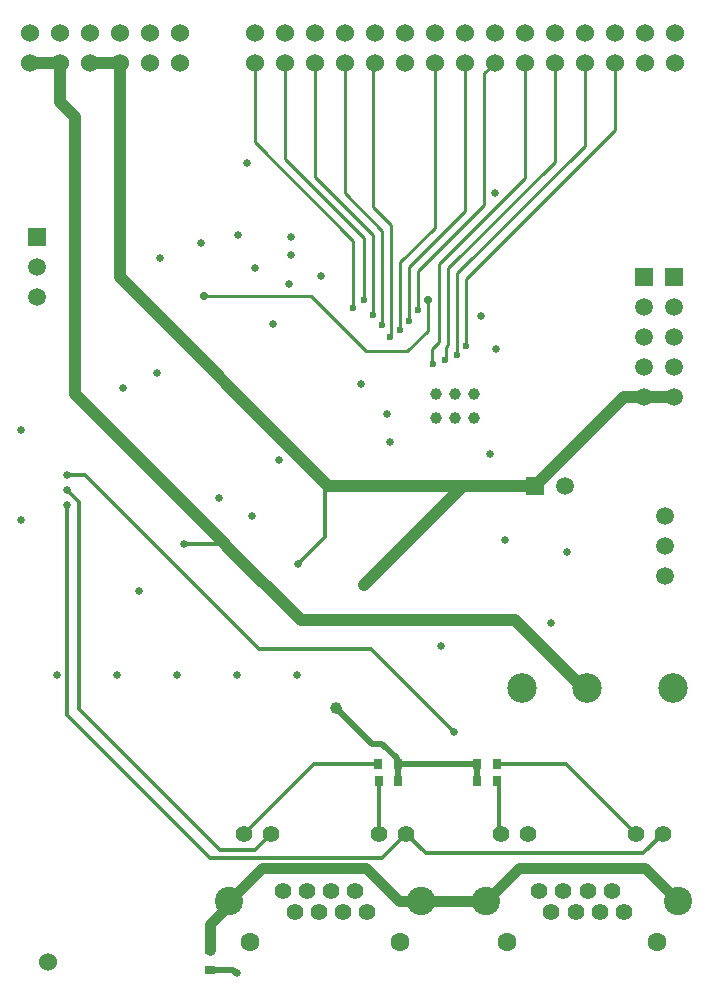
<source format=gbr>
G04*
G04 #@! TF.GenerationSoftware,Altium Limited,Altium Designer,22.4.2 (48)*
G04*
G04 Layer_Physical_Order=4*
G04 Layer_Color=16711680*
%FSLAX25Y25*%
%MOIN*%
G70*
G04*
G04 #@! TF.SameCoordinates,486E1BA3-CE48-4A1D-B67F-52F2D9AC8645*
G04*
G04*
G04 #@! TF.FilePolarity,Positive*
G04*
G01*
G75*
%ADD11C,0.02000*%
%ADD19C,0.01000*%
%ADD34R,0.03347X0.02756*%
%ADD68C,0.01200*%
%ADD69C,0.04000*%
%ADD71C,0.06299*%
%ADD72C,0.09449*%
%ADD73C,0.05512*%
%ADD74C,0.09843*%
%ADD75C,0.05906*%
%ADD76R,0.05906X0.05906*%
%ADD77R,0.05906X0.05906*%
%ADD78C,0.06000*%
%ADD79C,0.02756*%
%ADD80C,0.02559*%
%ADD81C,0.03937*%
%ADD82C,0.02362*%
%ADD83R,0.02756X0.03347*%
%ADD84C,0.03500*%
D11*
X223500Y188000D02*
X227000D01*
X231870Y181628D02*
Y183130D01*
X227000Y188000D02*
X231870Y183130D01*
Y181628D02*
X232248Y181250D01*
X211500Y200000D02*
X223500Y188000D01*
X169500Y112752D02*
X177097D01*
X178349Y111500D01*
X178500D01*
X258752Y175500D02*
Y181250D01*
X232260Y175512D02*
Y181238D01*
X232248Y181250D02*
X232260Y181238D01*
Y175512D02*
X232272Y175500D01*
X232248Y181250D02*
X258752D01*
D19*
X252000Y344784D02*
X294500Y387284D01*
X252000Y317500D02*
Y344784D01*
X249000Y321000D02*
Y346500D01*
X248127Y316127D02*
Y320127D01*
X249000Y321000D01*
X248000Y316000D02*
X248127Y316127D01*
X249000Y346500D02*
X284500Y382000D01*
X246000Y348000D02*
X274500Y376500D01*
X243739Y319739D02*
X246000Y322000D01*
Y348000D01*
X242192Y331092D02*
Y335808D01*
X239000Y345500D02*
X261000Y367500D01*
X239000Y332500D02*
Y345500D01*
X203387Y337138D02*
X221706Y318819D01*
X167575Y337350D02*
X167787Y337138D01*
X203387D01*
X235306Y318819D02*
X242150Y325663D01*
Y331050D02*
X242192Y331092D01*
X242150Y325663D02*
Y331050D01*
X221706Y318819D02*
X235306D01*
X255000Y320500D02*
Y343000D01*
X243739Y314761D02*
Y319739D01*
Y314761D02*
X244000Y314500D01*
X255000Y343000D02*
X304500Y392500D01*
X233000Y348500D02*
X244500Y360000D01*
X236000Y329000D02*
Y347000D01*
X233000Y326000D02*
Y348500D01*
X221000Y336000D02*
Y356500D01*
X229761Y323761D02*
Y324528D01*
X229500Y323500D02*
X229761Y323761D01*
Y324528D02*
X230000Y324767D01*
Y361000D01*
X227000Y327500D02*
Y359000D01*
X224000Y331000D02*
Y357500D01*
X194500Y383000D02*
X221000Y356500D01*
X204500Y377000D02*
X224000Y357500D01*
X214500Y371500D02*
X227000Y359000D01*
X217260Y333198D02*
Y355740D01*
X224000Y367000D02*
X230000Y361000D01*
X236000Y347000D02*
X254500Y365500D01*
X244500Y360000D02*
Y415000D01*
X254500Y365500D02*
Y415000D01*
X261000Y367500D02*
Y411500D01*
X224000Y367000D02*
Y414500D01*
X184500Y388500D02*
X217260Y355740D01*
X184500Y388500D02*
Y415000D01*
X194500Y383000D02*
Y415000D01*
X204500Y377000D02*
Y415000D01*
X261000Y411500D02*
X264500Y415000D01*
X224000Y414500D02*
X224500Y415000D01*
X214500Y371500D02*
Y415000D01*
X274500Y376500D02*
Y415000D01*
X284500Y382000D02*
Y415000D01*
X294500Y387284D02*
Y415000D01*
X304500Y392500D02*
Y415000D01*
D34*
X169500Y112752D02*
D03*
Y119248D02*
D03*
D68*
X208000Y257000D02*
Y273000D01*
X199000Y248000D02*
X208000Y257000D01*
Y273000D02*
X209000Y274000D01*
X225856Y158065D02*
X225937Y157984D01*
X225776Y175500D02*
X225856Y175419D01*
Y158065D02*
Y175419D01*
X204203Y181250D02*
X225752D01*
X180937Y157984D02*
X204203Y181250D01*
X265843Y158579D02*
Y174906D01*
X265248Y175500D02*
X265843Y174906D01*
Y158579D02*
X266437Y157984D01*
X313968Y151500D02*
X320453Y157984D01*
X241437Y151500D02*
X313968D01*
X234953Y157984D02*
X241437Y151500D01*
X184468Y152500D02*
X189953Y157984D01*
X173000Y152500D02*
X184468D01*
X126000Y199500D02*
X173000Y152500D01*
X126000Y199500D02*
Y268500D01*
X122000Y197500D02*
Y267500D01*
Y197500D02*
X169500Y150000D01*
X226969D01*
X234953Y157984D01*
X122000Y272500D02*
X126000Y268500D01*
X288296Y181125D02*
X311437Y157984D01*
X265248Y181250D02*
X265373Y181125D01*
X288296D01*
X128000Y277500D02*
X186000Y219500D01*
X223385D01*
X122000Y277500D02*
X128000D01*
X223385Y219500D02*
X250940Y191945D01*
X161000Y254500D02*
X174500D01*
X175250Y253750D01*
D69*
X271303Y229197D02*
X295500Y205000D01*
X209000Y274000D02*
X253825D01*
X220926Y241101D02*
X253825Y274000D01*
X278000D01*
X199803Y229197D02*
X271303D01*
X139500Y343500D02*
Y415000D01*
Y343500D02*
X209000Y274000D01*
X314356Y303500D02*
X324356D01*
X278000Y274000D02*
X307500Y303500D01*
X314356D01*
X175250Y253750D02*
X199803Y229197D01*
X124500Y304500D02*
X174500Y254500D01*
X109500Y415000D02*
X119500D01*
Y402000D02*
X124500Y397000D01*
Y304500D02*
Y397000D01*
X119500Y402000D02*
Y415000D01*
X129500D02*
X139500D01*
D71*
X268445Y122000D02*
D03*
X318445D02*
D03*
X232945D02*
D03*
X182945D02*
D03*
D72*
X261457Y135504D02*
D03*
X325433D02*
D03*
X239933D02*
D03*
X175957D02*
D03*
D73*
X266437Y157984D02*
D03*
X275453D02*
D03*
X311437D02*
D03*
X320453D02*
D03*
X279390Y139008D02*
D03*
X283405Y132000D02*
D03*
X287421Y139008D02*
D03*
X291437Y132000D02*
D03*
X295453Y139008D02*
D03*
X299468Y132000D02*
D03*
X303484Y139008D02*
D03*
X307500Y132000D02*
D03*
X222000D02*
D03*
X217984Y139008D02*
D03*
X213968Y132000D02*
D03*
X209953Y139008D02*
D03*
X205937Y132000D02*
D03*
X201921Y139008D02*
D03*
X197906Y132000D02*
D03*
X193890Y139008D02*
D03*
X234953Y157984D02*
D03*
X225937D02*
D03*
X189953D02*
D03*
X180937D02*
D03*
D74*
X295260Y206500D02*
D03*
X273606D02*
D03*
X324000D02*
D03*
D75*
X321285Y264000D02*
D03*
Y254000D02*
D03*
Y244000D02*
D03*
X288000Y274000D02*
D03*
X314356Y303500D02*
D03*
X324356D02*
D03*
X314356Y313500D02*
D03*
X324356D02*
D03*
Y323500D02*
D03*
X314356Y333500D02*
D03*
X324356D02*
D03*
X314356Y323500D02*
D03*
X112000Y347000D02*
D03*
Y337000D02*
D03*
D76*
X278000Y274000D02*
D03*
D77*
X314356Y343500D02*
D03*
X324356D02*
D03*
X112000Y357000D02*
D03*
D78*
X109500Y425000D02*
D03*
X119500D02*
D03*
X129500D02*
D03*
X139500D02*
D03*
X149500D02*
D03*
X159500D02*
D03*
Y415000D02*
D03*
X149500D02*
D03*
X109500D02*
D03*
X119500D02*
D03*
X129500D02*
D03*
X139500D02*
D03*
X234500Y425000D02*
D03*
X244500D02*
D03*
X254500D02*
D03*
X264500D02*
D03*
X274500D02*
D03*
X284500D02*
D03*
X294500D02*
D03*
X304500D02*
D03*
X314500D02*
D03*
X324500D02*
D03*
Y415000D02*
D03*
X314500D02*
D03*
X304500D02*
D03*
X294500D02*
D03*
X284500D02*
D03*
X274500D02*
D03*
X264500D02*
D03*
X254500D02*
D03*
X244500D02*
D03*
X234500D02*
D03*
X224500Y425000D02*
D03*
X214500D02*
D03*
X204500D02*
D03*
X194500D02*
D03*
X184500D02*
D03*
X224500Y415000D02*
D03*
X214500D02*
D03*
X204500D02*
D03*
X194500D02*
D03*
X184500D02*
D03*
X115500Y115417D02*
D03*
D79*
X167575Y337350D02*
D03*
X242192Y335808D02*
D03*
D80*
X166500Y355000D02*
D03*
X182000Y381500D02*
D03*
X179000Y357500D02*
D03*
X263000Y284500D02*
D03*
X229500Y288500D02*
D03*
X288500Y251953D02*
D03*
X199000Y248000D02*
D03*
X268000Y256000D02*
D03*
X138500Y211000D02*
D03*
X118500D02*
D03*
X158440Y210945D02*
D03*
X178500Y111500D02*
D03*
X146000Y239000D02*
D03*
X198440Y210945D02*
D03*
X283150Y228425D02*
D03*
X184500Y346500D02*
D03*
X220000Y308000D02*
D03*
X196000Y341280D02*
D03*
X190500Y328000D02*
D03*
X260000Y330500D02*
D03*
X246500Y220500D02*
D03*
X250940Y191945D02*
D03*
X178440Y210945D02*
D03*
X264440Y371445D02*
D03*
X196500Y357000D02*
D03*
X265000Y319500D02*
D03*
X122000Y277500D02*
D03*
Y272500D02*
D03*
Y267500D02*
D03*
X161000Y254500D02*
D03*
X153000Y350000D02*
D03*
X152000Y311500D02*
D03*
X183500Y264000D02*
D03*
X140500Y306500D02*
D03*
X172500Y270000D02*
D03*
X228500Y298000D02*
D03*
X192500Y282500D02*
D03*
X106500Y262500D02*
D03*
Y292500D02*
D03*
X206500Y344000D02*
D03*
X196500Y351000D02*
D03*
D81*
X211500Y200000D02*
D03*
X257429Y296500D02*
D03*
X245000Y304500D02*
D03*
X245000Y296500D02*
D03*
X251214D02*
D03*
X220926Y241101D02*
D03*
X257429Y304500D02*
D03*
X251214D02*
D03*
D82*
X255000Y320500D02*
D03*
X248000Y316000D02*
D03*
X252000Y317500D02*
D03*
X244000Y314500D02*
D03*
X236000Y329000D02*
D03*
X239000Y332500D02*
D03*
X233000Y326000D02*
D03*
X221000Y336000D02*
D03*
X229500Y323500D02*
D03*
X227000Y327500D02*
D03*
X224000Y331000D02*
D03*
X217260Y333198D02*
D03*
D83*
X258752Y181250D02*
D03*
X265248D02*
D03*
X258752Y175500D02*
D03*
X265248D02*
D03*
X232272D02*
D03*
X225776D02*
D03*
X232248Y181250D02*
D03*
X225752D02*
D03*
D84*
X272453Y146500D02*
X314437D01*
X261457Y135504D02*
X272453Y146500D01*
X186953D02*
X221500D01*
X232496Y135504D01*
X239933D01*
X175957D02*
X186953Y146500D01*
X169500Y127855D02*
X175957Y134311D01*
X169500Y119248D02*
Y127855D01*
X175957Y134311D02*
Y135504D01*
X314437Y146500D02*
X325433Y135504D01*
X239933D02*
X261457D01*
M02*

</source>
